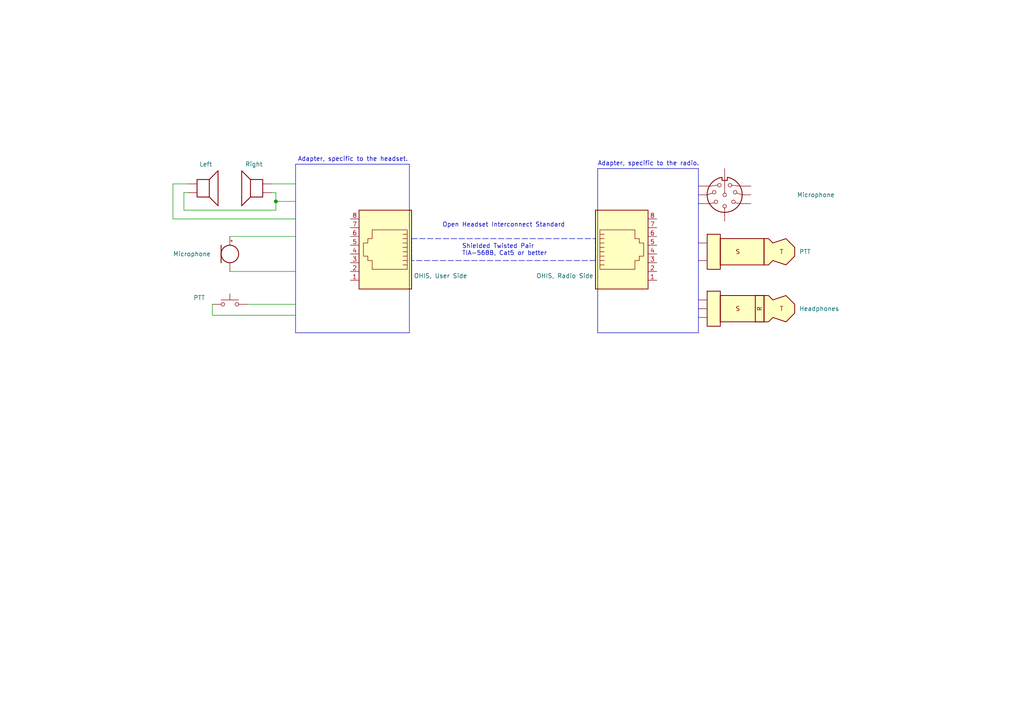
<source format=kicad_sch>
(kicad_sch (version 20211123) (generator eeschema)
  (paper "A4")
  (lib_symbols
    (symbol "Connector:8P8C" (pin_names (offset 1.016))
      (property "Reference" "J" (at -5.08 13.97 0))
      (property "Value" "8P8C" (at 2.54 13.97 0))
      (symbol "8P8C_0_1"
        (polyline (pts (xy -5.08 4.445) (xy -6.35 4.445)))
        (polyline (pts (xy -5.08 5.715) (xy -6.35 5.715)))
        (polyline (pts (xy -6.35 -3.175) (xy -5.08 -3.175) (xy -5.08 -3.175)))
        (polyline (pts (xy -6.35 -1.905) (xy -5.08 -1.905) (xy -5.08 -1.905)))
        (polyline (pts (xy -6.35 -0.635) (xy -5.08 -0.635) (xy -5.08 -0.635)))
        (polyline (pts (xy -6.35 0.635) (xy -5.08 0.635) (xy -5.08 0.635)))
        (polyline (pts (xy -6.35 1.905) (xy -5.08 1.905) (xy -5.08 1.905)))
        (polyline (pts (xy -5.08 3.175) (xy -6.35 3.175) (xy -6.35 3.175)))
        (polyline (pts (xy -6.35 -4.445) (xy -6.35 6.985) (xy 3.81 6.985) (xy 3.81 4.445) (xy 5.08 4.445) (xy 5.08 3.175) (xy 6.35 3.175) (xy 6.35 -0.635) (xy 5.08 -0.635) (xy 5.08 -1.905) (xy 3.81 -1.905) (xy 3.81 -4.445) (xy -6.35 -4.445) (xy -6.35 -4.445)))
        (rectangle (start 7.62 12.7) (end -7.62 -10.16) (stroke (width 0.254)) (fill (type background)))
      )
      (symbol "8P8C_1_1"
        (pin passive line (at 10.16 -7.62 180) (length 2.54) (name "~") (number "1"))
        (pin passive line (at 10.16 -5.08 180) (length 2.54) (name "~") (number "2"))
        (pin passive line (at 10.16 -2.54 180) (length 2.54) (name "~") (number "3"))
        (pin passive line (at 10.16 0 180) (length 2.54) (name "~") (number "4"))
        (pin passive line (at 10.16 2.54 180) (length 2.54) (name "~") (number "5"))
        (pin passive line (at 10.16 5.08 180) (length 2.54) (name "~") (number "6"))
        (pin passive line (at 10.16 7.62 180) (length 2.54) (name "~") (number "7"))
        (pin passive line (at 10.16 10.16 180) (length 2.54) (name "~") (number "8"))
      )
    )
    (symbol "Connector:AudioPlug2" (pin_numbers hide) (pin_names hide)
      (property "Reference" "J" (at 10.16 6.35 0))
      (property "Value" "AudioPlug2" (at 10.16 -6.35 0))
      (symbol "AudioPlug2_0_0"
        (text "S" (at 3.81 0 0) (effects (font (size 1.27 1.27))))
        (text "T" (at -8.89 0 0) (effects (font (size 1.27 1.27))))
      )
      (symbol "AudioPlug2_0_1"
        (rectangle (start -3.81 3.81) (end 8.89 -3.81) (stroke (width 0.254)) (fill (type background)))
        (polyline (pts (xy -3.81 3.81) (xy -5.08 3.81) (xy -6.35 2.54) (xy -10.16 3.81) (xy -12.7 1.27) (xy -12.7 -1.27) (xy -10.16 -3.81) (xy -6.35 -2.54) (xy -5.08 -3.81) (xy -3.81 -3.81) (xy -3.81 3.81)) (stroke (width 0.254)) (fill (type background)))
        (rectangle (start 12.7 5.08) (end 8.89 -5.08) (stroke (width 0.254)) (fill (type background)))
      )
      (symbol "AudioPlug2_1_1"
        (pin passive line (at 15.24 2.54 180) (length 2.54) (name "~") (number "S"))
        (pin passive line (at 15.24 -2.54 180) (length 2.54) (name "~") (number "T"))
      )
    )
    (symbol "Connector:AudioPlug3" (pin_numbers hide) (pin_names hide)
      (property "Reference" "J" (at 1.27 6.35 0))
      (property "Value" "AudioPlug3" (at 1.27 -6.35 0))
      (symbol "AudioPlug3_0_0"
        (text "R" (at -2.54 0 900) (effects (font (size 1.27 1.27))))
      )
      (symbol "AudioPlug3_0_1"
        (rectangle (start -3.81 3.81) (end -1.27 -3.81) (stroke (width 0.254)))
        (rectangle (start -1.27 -1.27) (end -1.27 -1.27))
      )
      (symbol "AudioPlug3_1_0"
        (text "S" (at 3.81 0 0) (effects (font (size 1.27 1.27))))
        (text "T" (at -8.89 0 0) (effects (font (size 1.27 1.27))))
      )
      (symbol "AudioPlug3_1_1"
        (rectangle (start -3.81 3.81) (end 8.89 -3.81) (stroke (width 0.254)) (fill (type background)))
        (polyline (pts (xy -3.81 3.81) (xy -5.08 3.81) (xy -6.35 2.54) (xy -10.16 3.81) (xy -12.7 1.27) (xy -12.7 -1.27) (xy -10.16 -3.81) (xy -6.35 -2.54) (xy -5.08 -3.81) (xy -3.81 -3.81) (xy -3.81 3.81)) (stroke (width 0.254)) (fill (type background)))
        (rectangle (start 12.7 5.08) (end 8.89 -5.08) (stroke (width 0.254)) (fill (type background)))
        (pin passive line (at 15.24 0 180) (length 2.54) (name "~") (number "R"))
        (pin passive line (at 15.24 2.54 180) (length 2.54) (name "~") (number "S"))
        (pin passive line (at 15.24 -2.54 180) (length 2.54) (name "~") (number "T"))
      )
    )
    (symbol "Connector:DIN-8" (pin_numbers hide) (pin_names (offset 1.016) hide)
      (property "Reference" "J" (at 3.175 5.715 0))
      (property "Value" "DIN-8" (at 2.032 -5.842 0))
      (symbol "DIN-8_0_1"
        (arc (start -5.08 0) (mid -3.8609 -3.3364) (end -0.762 -5.08) (stroke (width 0.254)))
        (circle (center -3.048 -0.762) (radius 0.508))
        (circle (center -2.54 2.032) (radius 0.508))
        (circle (center -1.524 -2.794) (radius 0.508))
        (polyline (pts (xy -5.08 0) (xy -3.556 -0.508)))
        (polyline (pts (xy 0 -0.508) (xy 0 -5.08)))
        (polyline (pts (xy 0 5.08) (xy 0 3.81)))
        (polyline (pts (xy 5.08 0) (xy 3.556 -0.508)))
        (polyline (pts (xy -5.08 -2.54) (xy -4.318 -2.54) (xy -2.032 -2.794)))
        (polyline (pts (xy -5.08 2.54) (xy -4.318 2.54) (xy -3.048 2.286)))
        (polyline (pts (xy 5.08 -2.54) (xy 4.318 -2.54) (xy 2.032 -2.794)))
        (polyline (pts (xy 5.08 2.54) (xy 4.318 2.54) (xy 3.048 2.286)))
        (polyline (pts (xy -0.762 -4.953) (xy -0.762 -4.191) (xy 0.762 -4.191) (xy 0.762 -4.953)) (stroke (width 0.254)))
        (circle (center 0 0) (radius 0.508))
        (circle (center 0 3.302) (radius 0.508))
        (arc (start 0.762 -5.08) (mid 3.8685 -3.343) (end 5.08 0) (stroke (width 0.254)))
        (circle (center 1.524 -2.794) (radius 0.508))
        (circle (center 2.54 2.032) (radius 0.508))
        (circle (center 3.048 -0.762) (radius 0.508))
        (arc (start 5.08 0) (mid 0 5.08) (end -5.08 0) (stroke (width 0.254)))
      )
      (symbol "DIN-8_1_1"
        (pin passive line (at -7.62 0 0) (length 2.54) (name "~") (number "1"))
        (pin passive line (at 0 7.62 270) (length 2.54) (name "~") (number "2"))
        (pin passive line (at 7.62 0 180) (length 2.54) (name "~") (number "3"))
        (pin passive line (at -7.62 2.54 0) (length 2.54) (name "~") (number "4"))
        (pin passive line (at 7.62 2.54 180) (length 2.54) (name "~") (number "5"))
        (pin passive line (at -7.62 -2.54 0) (length 2.54) (name "~") (number "6"))
        (pin passive line (at 7.62 -2.54 180) (length 2.54) (name "~") (number "7"))
        (pin passive line (at 0 -7.62 90) (length 2.54) (name "~") (number "8"))
      )
    )
    (symbol "Device:Microphone" (pin_numbers hide) (pin_names (offset 0.0254) hide)
      (property "Reference" "MK" (at -3.81 1.27 0))
      (property "Value" "Microphone" (at -3.81 -0.635 0))
      (symbol "Microphone_0_1"
        (polyline (pts (xy -2.54 2.54) (xy -2.54 -2.54)) (stroke (width 0.254)))
        (polyline (pts (xy 0.254 3.81) (xy 0.762 3.81)))
        (polyline (pts (xy 0.508 4.064) (xy 0.508 3.556)))
        (circle (center 0 0) (radius 2.54) (stroke (width 0.254)))
      )
      (symbol "Microphone_1_1"
        (pin passive line (at 0 -5.08 90) (length 2.54) (name "-") (number "1"))
        (pin passive line (at 0 5.08 270) (length 2.54) (name "+") (number "2"))
      )
    )
    (symbol "Device:Speaker" (pin_numbers hide) (pin_names (offset 0) hide)
      (property "Reference" "LS" (at 1.27 5.715 0))
      (property "Value" "Speaker" (at 1.27 3.81 0))
      (symbol "Speaker_0_0"
        (rectangle (start -2.54 1.27) (end 1.016 -3.81) (stroke (width 0.254)))
        (polyline (pts (xy 1.016 1.27) (xy 3.556 3.81) (xy 3.556 -6.35) (xy 1.016 -3.81)) (stroke (width 0.254)))
      )
      (symbol "Speaker_1_1"
        (pin input line (at -5.08 0 0) (length 2.54) (name "1") (number "1"))
        (pin input line (at -5.08 -2.54 0) (length 2.54) (name "2") (number "2"))
      )
    )
    (symbol "Speaker_1" (pin_numbers hide) (pin_names (offset 0) hide)
      (property "Reference" "LS" (at 1.27 5.715 0))
      (property "Value" "Speaker_1" (at 1.27 3.81 0))
      (symbol "Speaker_1_0_0"
        (rectangle (start -2.54 1.27) (end 1.016 -3.81) (stroke (width 0.254)))
        (polyline (pts (xy 1.016 1.27) (xy 3.556 3.81) (xy 3.556 -6.35) (xy 1.016 -3.81)) (stroke (width 0.254)))
      )
      (symbol "Speaker_1_1_1"
        (pin input line (at -5.08 0 0) (length 2.54) (name "1") (number "1"))
        (pin input line (at -5.08 -2.54 0) (length 2.54) (name "2") (number "2"))
      )
    )
    (symbol "Switch:SW_Push" (pin_numbers hide) (pin_names (offset 1.016) hide)
      (property "Reference" "SW" (at 1.27 2.54 0))
      (property "Value" "SW_Push" (at 0 -1.524 0))
      (symbol "SW_Push_0_1"
        (circle (center -2.032 0) (radius 0.508))
        (polyline (pts (xy 0 1.27) (xy 0 3.048)))
        (polyline (pts (xy 2.54 1.27) (xy -2.54 1.27)))
        (circle (center 2.032 0) (radius 0.508))
        (pin passive line (at -5.08 0 0) (length 2.54) (name "1") (number "1"))
        (pin passive line (at 5.08 0 180) (length 2.54) (name "2") (number "2"))
      )
    )
  )
  (junction (at 80.01 58.42))
  (polyline (pts (xy 173.355 48.895) (xy 173.355 96.52)) (stroke (width 0) (type solid)))
  (wire (pts (xy 66.675 78.74) (xy 85.725 78.74)))
  (polyline (pts (xy 118.745 96.52) (xy 118.745 47.625)) (stroke (width 0) (type solid)))
  (wire (pts (xy 80.01 58.42) (xy 80.01 55.88)))
  (wire (pts (xy 66.675 68.58) (xy 85.725 68.58)))
  (polyline (pts (xy 172.72 75.565) (xy 119.38 75.565)))
  (wire (pts (xy 53.34 55.88) (xy 53.34 60.96)))
  (polyline (pts (xy 202.565 96.52) (xy 202.565 48.895)) (stroke (width 0) (type solid)))
  (wire (pts (xy 78.74 53.34) (xy 85.725 53.34)))
  (wire (pts (xy 80.01 60.96) (xy 80.01 58.42)))
  (wire (pts (xy 50.165 63.5) (xy 85.725 63.5)))
  (wire (pts (xy 71.755 88.265) (xy 85.725 88.265)))
  (wire (pts (xy 61.595 91.44) (xy 85.725 91.44)))
  (polyline (pts (xy 85.725 96.52) (xy 118.745 96.52)) (stroke (width 0) (type solid)))
  (polyline (pts (xy 172.72 69.215) (xy 172.72 75.565)))
  (wire (pts (xy 61.595 88.265) (xy 61.595 91.44)))
  (wire (pts (xy 53.34 60.96) (xy 80.01 60.96)))
  (wire (pts (xy 54.61 55.88) (xy 53.34 55.88)))
  (polyline (pts (xy 119.38 69.215) (xy 119.38 75.565)))
  (polyline (pts (xy 173.355 96.52) (xy 202.565 96.52)) (stroke (width 0) (type solid)))
  (wire (pts (xy 54.61 53.34) (xy 50.165 53.34)))
  (polyline (pts (xy 118.745 47.625) (xy 85.725 47.625)) (stroke (width 0) (type solid)))
  (polyline (pts (xy 202.565 48.895) (xy 173.355 48.895)) (stroke (width 0) (type solid)))
  (polyline (pts (xy 119.38 69.215) (xy 172.72 69.215)))
  (wire (pts (xy 50.165 53.34) (xy 50.165 63.5)))
  (polyline (pts (xy 85.725 47.625) (xy 85.725 96.52)) (stroke (width 0) (type solid)))
  (wire (pts (xy 80.01 58.42) (xy 85.725 58.42)))
  (wire (pts (xy 80.01 55.88) (xy 78.74 55.88)))
  (text "Adapter, specific to the headset." (at 86.36 46.99 0) (effects (font (size 1.27 1.27)) (justify left bottom)))
  (text "Open Headset Interconnect Standard" (at 128.27 66.04 0) (effects (font (size 1.27 1.27)) (justify left bottom)))
  (text "Shielded Twisted Pair\nTIA-568B, Cat5 or better\n" (at 133.985 74.295 0) (effects (font (size 1.27 1.27)) (justify left bottom)))
  (text "Adapter, specific to the radio." (at 173.355 48.26 0) (effects (font (size 1.27 1.27)) (justify left bottom)))
  (symbol (lib_id "Connector:AudioPlug3") (at 217.805 89.535 0) (mirror y) (unit 1)
    (property "Reference" "J?" (effects hide))
    (property "Value" "Headphones" (at 231.775 89.5349 0) (effects (justify right)))
  )
  (symbol (lib_id "Switch:SW_Push") (at 66.675 88.265 0) (unit 1)
    (property "Reference" "SW?" (effects hide))
    (property "Value" "PTT" (at 57.785 86.36 0))
  )
  (symbol (lib_id "Device:Microphone") (at 66.675 73.66 0) (unit 1)
    (property "Reference" "MK?" (effects hide))
    (property "Value" "Microphone" (at 50.165 73.66 0) (effects (justify left)))
  )
  (symbol (lib_name "Speaker_1") (lib_id "Device:Speaker") (at 59.69 53.34 0) (unit 1)
    (property "Reference" "LS?" (effects hide))
    (property "Value" "Left" (at 57.785 47.625 0) (effects (justify left)))
  )
  (symbol (lib_id "Connector:AudioPlug2") (at 217.805 73.025 0) (mirror y) (unit 1)
    (property "Reference" "J?" (effects hide))
    (property "Value" "PTT" (at 231.775 73.0249 0) (effects (justify right)))
  )
  (symbol (lib_id "Connector:DIN-8") (at 210.185 56.515 0) (mirror x) (unit 1)
    (property "Reference" "J?" (effects hide))
    (property "Value" "Microphone" (at 231.14 56.515 0) (effects (justify left)))
    (property "Datasheet" "http://www.mouser.com/ds/2/18/40_c091_abd_e-75918.pdf" (effects hide))
  )
  (symbol (lib_id "Device:Speaker") (at 73.66 53.34 0) (mirror y) (unit 1)
    (property "Reference" "LS?" (effects hide))
    (property "Value" "Right" (at 73.66 47.625 0))
  )
  (symbol (lib_id "Connector:8P8C") (at 180.34 73.66 0) (unit 1)
    (property "Reference" "J?" (effects hide))
    (property "Value" "OHIS, Radio Side" (at 163.83 80.01 0))
  )
  (symbol (lib_id "Connector:8P8C") (at 111.76 73.66 0) (mirror y) (unit 1)
    (property "Reference" "J?" (effects hide))
    (property "Value" "OHIS, User Side" (at 120.015 80.01 0) (effects (justify right)))
  )
)
</source>
